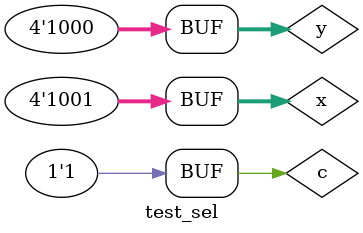
<source format=v>
 

   module sel (output [3:0]saida_xor, 
	            output [3:0]saida_or,
					output [3:0]saida_xnor, 
					output [3:0]saida_nor,
					output [0:0]saida_not,
					output [7:0]s1, 
					output [7:0]s2,
	            output [3:0]saida0, 
					output [3:0]saida1,
					input [3:0]entrada1,
					input [3:0]entrada2,
					input [0:0]chave);
					
	 xor XOR1(saida_xor[0], entrada1[0], entrada2[0]);
    xor XOR2(saida_xor[1], entrada1[1], entrada2[1]);
    xor XOR3(saida_xor[2], entrada1[2], entrada2[2]);
    xor XOR4(saida_xor[3], entrada1[3], entrada2[3]);

	 or OR1(saida_or[0], entrada1[0], entrada2[0]);
    or OR2(saida_or[1], entrada1[1], entrada2[1]);
    or OR3(saida_or[2], entrada1[2], entrada2[2]);
    or OR4(saida_or[3], entrada1[3], entrada2[3]); 
	 
	 xor XNOR1(saida_xnor[0], entrada1[0], entrada2[0]);
    xor XNOR2(saida_xnor[1], entrada1[1], entrada2[1]);
    xor XNOR3(saida_xnor[2], entrada1[2], entrada2[2]);
    xor XNOR4(saida_xnor[3], entrada1[3], entrada2[3]);

	 or NOR1(saida_nor[0], entrada1[0], entrada2[0]);
    or NOR2(saida_nor[1], entrada1[1], entrada2[1]);
    or NOR3(saida_nor[2], entrada1[2], entrada2[2]);
    or NOR4(saida_nor[3], entrada1[3], entrada2[3]);
	 
	 not NOT1(saida_not[0], chave[0]); 
	 
	 and AND1(s1[0], saida_xor[0], chave[0]);
    and AND2(s1[1], saida_xor[1], chave[0]);
    and AND3(s1[2], saida_xor[2], chave[0]);
    and AND4(s1[3], saida_xor[3], chave[0]);

    and AND5(s1[4], saida_or[0], saida_not[0]);
    and AND6(s1[5], saida_or[1], saida_not[0]);
    and AND7(s1[6], saida_or[2], saida_not[0]);
    and AND8(s1[7], saida_or[3], saida_not[0]);
	 
	 and AND9(s2[0], saida_xnor[0], chave[0]);
    and AND10(s2[1], saida_xnor[1], chave[0]);
    and AND11(s2[2], saida_xnor[2], chave[0]);
    and AND12(s2[3], saida_xnor[3], chave[0]);

    and AND13(s2[4], saida_nor[0], saida_not[0]);
    and AND14(s2[5], saida_nor[1], saida_not[0]);
    and AND15(s2[6], saida_nor[2], saida_not[0]);
    and AND16(s2[7], saida_nor[3], saida_not[0]);
	 
	 or OR1(saida0[0], s1[0], s1[4]);
    or OR2(saida0[1], s1[1], s1[5]);
    or OR3(saida0[2], s1[2], s1[6]);
    or OR4(saida0[3], s1[3], s1[7]); 
	 
	 or OR5(saida1[0], s2[1], s2[4]);
    or OR6(saida1[1], s2[2], s2[5]);
    or OR7(saida1[2], s2[3], s2[6]);
    or OR8(saida1[3], s2[4], s2[7]);

    endmodule //sel

// ------------------------- 
// -- test f4
// -------------------------
     module test_sel; 
// ------------------------- definir dados 
    reg  [3:0] x;
	 reg  [3:0] y;
	 reg  [0:0] c;
	 
	 wire [3:0] w;
	 wire [3:0] k;
	 wire [3:0] t;
	 wire [3:0] z;
	 wire [0:0] a;
	 wire [7:0] h;
	 wire [7:0] p;
	 wire [3:0] s0;
	 wire [3:0] s1;

// ------------------------- instancia 

    sel modulo ( w,k,t,z,a,h,p,s0,s1,x,y,c);
	  
// ------------------------- parte principal 
initial begin
      $display("Exemplo0034 - Michelle da Costa Silva");
      $display("Test LU's module");
      #1 x = 4'b0101; y = 4'b1010; c = 0;
		$monitor("Resultado Chave = %1b\n x = %4b \t y = %4b \t Resultado = %4b \t Resultado = %4b\n", c, x, y, s0, s1);
		#1 x = 4'b0101; y = 4'b1010; c = 1;
		
		#1 x = 4'b1111; y = 4'b0000; c = 0;
		#1 x = 4'b1111; y = 4'b0000; c = 1;
		
		#1 x = 4'b1001; y = 4'b1000; c = 0;
		#1 x = 4'b1001; y = 4'b1000; c = 1;
		end
endmodule // test_sel
</source>
